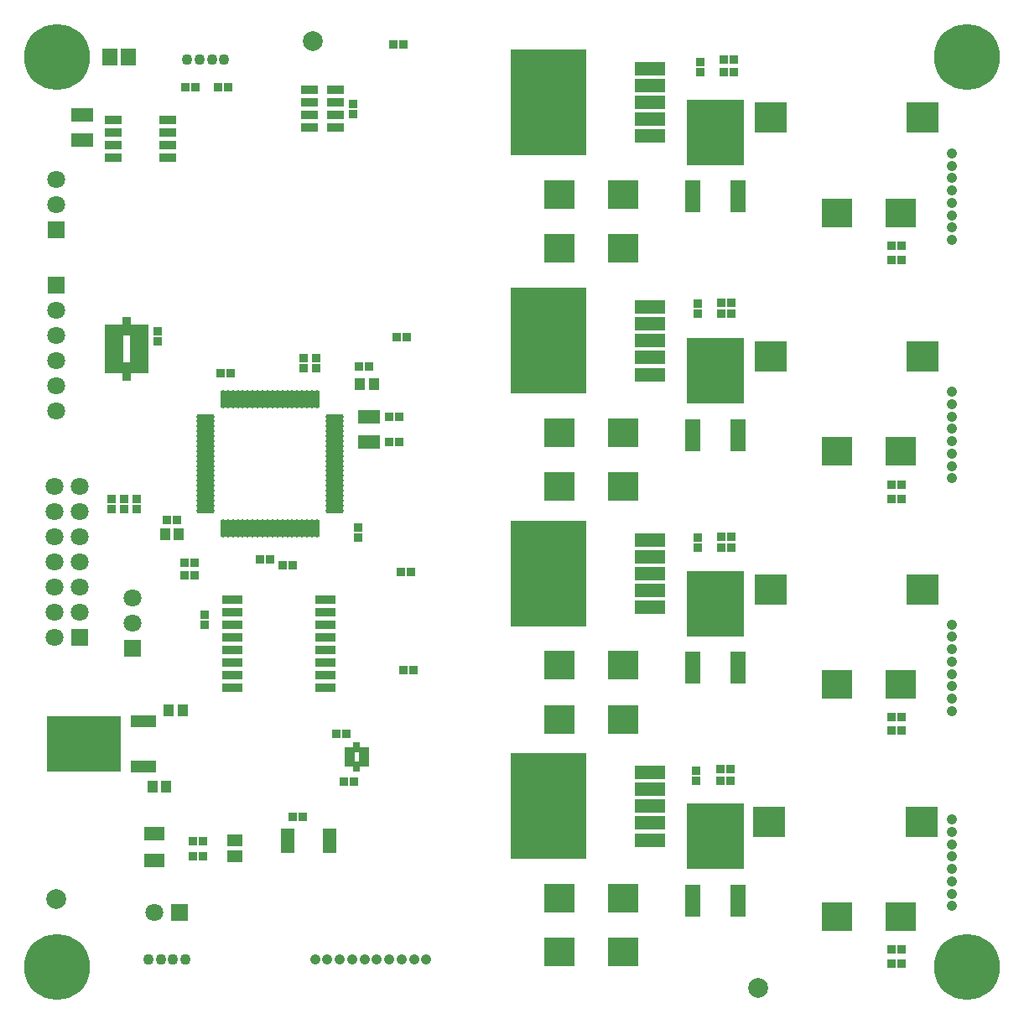
<source format=gts>
G04*
G04 #@! TF.GenerationSoftware,Altium Limited,Altium Designer,21.1.1 (26)*
G04*
G04 Layer_Color=8388736*
%FSLAX25Y25*%
%MOIN*%
G70*
G04*
G04 #@! TF.SameCoordinates,86C13C5E-EFD7-4FBB-8F38-476846F7A0A0*
G04*
G04*
G04 #@! TF.FilePolarity,Negative*
G04*
G01*
G75*
%ADD45R,0.03562X0.03169*%
%ADD46R,0.03169X0.03562*%
%ADD47R,0.07283X0.03365*%
%ADD48R,0.03365X0.07283*%
%ADD49R,0.02578X0.04468*%
%ADD50R,0.04074X0.02381*%
%ADD51R,0.12106X0.11239*%
%ADD52R,0.12421X0.05334*%
%ADD53R,0.29940X0.41948*%
%ADD54R,0.12700X0.12200*%
%ADD55R,0.23050X0.26397*%
%ADD56R,0.06121X0.13011*%
%ADD57R,0.08680X0.05531*%
%ADD58R,0.09861X0.04940*%
%ADD59R,0.29547X0.22460*%
%ADD60R,0.08484X0.03562*%
%ADD61R,0.06909X0.03562*%
%ADD62R,0.07106X0.03562*%
%ADD63R,0.05728X0.02184*%
%ADD64O,0.02184X0.07302*%
%ADD65O,0.07302X0.02184*%
%ADD66R,0.05924X0.06712*%
%ADD67R,0.03956X0.04743*%
%ADD68R,0.08287X0.05531*%
%ADD69C,0.07874*%
%ADD70R,0.04350X0.04743*%
%ADD71R,0.06318X0.05137*%
%ADD72R,0.07106X0.07106*%
%ADD73C,0.07106*%
%ADD74C,0.04153*%
%ADD75C,0.04350*%
%ADD76R,0.07106X0.07106*%
%ADD77C,0.26200*%
D45*
X280031Y280000D02*
D03*
X283968D02*
D03*
X280031Y275500D02*
D03*
X283968D02*
D03*
X280031Y187000D02*
D03*
X283968D02*
D03*
X280031Y182500D02*
D03*
X283968D02*
D03*
X279500Y94500D02*
D03*
X283437D02*
D03*
X279500Y90000D02*
D03*
X283437D02*
D03*
X281031Y376500D02*
D03*
X284968D02*
D03*
X281031Y371500D02*
D03*
X284968D02*
D03*
X152532Y173000D02*
D03*
X156468D02*
D03*
X130032Y89500D02*
D03*
X133968D02*
D03*
X157437Y134000D02*
D03*
X153500D02*
D03*
X351468Y22736D02*
D03*
X347532D02*
D03*
X351468Y17236D02*
D03*
X347532D02*
D03*
X351468Y115236D02*
D03*
X347532D02*
D03*
X351468Y109736D02*
D03*
X347532D02*
D03*
X351468Y202000D02*
D03*
X347532D02*
D03*
X351468Y207500D02*
D03*
X347532D02*
D03*
X351468Y302500D02*
D03*
X347532D02*
D03*
X130968Y108500D02*
D03*
X127032D02*
D03*
X70969Y365500D02*
D03*
X67032D02*
D03*
X80032Y365500D02*
D03*
X83969D02*
D03*
X351468Y297000D02*
D03*
X347532D02*
D03*
X66531Y176500D02*
D03*
X70468D02*
D03*
X66531Y171500D02*
D03*
X70468D02*
D03*
X154969Y266079D02*
D03*
X151031D02*
D03*
X153469Y382500D02*
D03*
X149531D02*
D03*
X70031Y66000D02*
D03*
X73968D02*
D03*
X70031Y60000D02*
D03*
X73968D02*
D03*
X100469Y178000D02*
D03*
X96531D02*
D03*
X105532Y175500D02*
D03*
X109468D02*
D03*
X84937Y252000D02*
D03*
X81000D02*
D03*
X139969Y254500D02*
D03*
X136031D02*
D03*
X151969Y224500D02*
D03*
X148031D02*
D03*
X151969Y234500D02*
D03*
X148031D02*
D03*
X59531Y193500D02*
D03*
X63468D02*
D03*
X109500Y75500D02*
D03*
X113437D02*
D03*
D46*
X269969Y90031D02*
D03*
Y93968D02*
D03*
X270500Y182531D02*
D03*
Y186469D02*
D03*
Y275532D02*
D03*
Y279468D02*
D03*
X271500Y371532D02*
D03*
Y375468D02*
D03*
X133500Y358968D02*
D03*
Y355031D02*
D03*
X135500Y186531D02*
D03*
Y190469D02*
D03*
X119000Y254031D02*
D03*
Y257968D02*
D03*
X47500Y201969D02*
D03*
Y198031D02*
D03*
X42500Y198000D02*
D03*
Y201937D02*
D03*
X114000Y257968D02*
D03*
Y254031D02*
D03*
X74500Y152032D02*
D03*
Y155968D02*
D03*
X37500Y201969D02*
D03*
Y198031D02*
D03*
X56000Y264531D02*
D03*
Y268468D02*
D03*
D47*
X48618Y253528D02*
D03*
Y256716D02*
D03*
Y259906D02*
D03*
Y263094D02*
D03*
Y266283D02*
D03*
Y269472D02*
D03*
X38382Y253528D02*
D03*
Y256716D02*
D03*
Y259906D02*
D03*
Y263094D02*
D03*
Y266283D02*
D03*
Y269472D02*
D03*
D48*
X43500Y252445D02*
D03*
Y270555D02*
D03*
D49*
X135000Y103087D02*
D03*
Y95606D02*
D03*
D50*
X132087Y102299D02*
D03*
Y100331D02*
D03*
Y98362D02*
D03*
Y96394D02*
D03*
X137913Y102299D02*
D03*
Y100331D02*
D03*
Y98362D02*
D03*
Y96394D02*
D03*
D51*
X215500Y21736D02*
D03*
X240854D02*
D03*
X326000Y35736D02*
D03*
X351354D02*
D03*
X215500Y43236D02*
D03*
X240854D02*
D03*
X215500Y114236D02*
D03*
X240854D02*
D03*
X326000Y128236D02*
D03*
X351354D02*
D03*
X215500Y135736D02*
D03*
X240854D02*
D03*
X215500Y206736D02*
D03*
X240854D02*
D03*
X326000Y220736D02*
D03*
X351354D02*
D03*
X215500Y228236D02*
D03*
X240854D02*
D03*
X326000Y315500D02*
D03*
X351354D02*
D03*
X215500Y301500D02*
D03*
X240854D02*
D03*
X215500Y323000D02*
D03*
X240854D02*
D03*
D52*
X251410Y66350D02*
D03*
Y73043D02*
D03*
Y79736D02*
D03*
Y86429D02*
D03*
Y93122D02*
D03*
Y158850D02*
D03*
Y165543D02*
D03*
Y172236D02*
D03*
Y178929D02*
D03*
Y185622D02*
D03*
Y251350D02*
D03*
Y258043D02*
D03*
Y264736D02*
D03*
Y271429D02*
D03*
Y278122D02*
D03*
Y346114D02*
D03*
Y352807D02*
D03*
Y359500D02*
D03*
Y366193D02*
D03*
Y372886D02*
D03*
D53*
X211252Y79736D02*
D03*
Y172236D02*
D03*
Y264736D02*
D03*
Y359500D02*
D03*
D54*
X359500Y73500D02*
D03*
X299000D02*
D03*
X360000Y166000D02*
D03*
X299500D02*
D03*
X360000Y258500D02*
D03*
X299500D02*
D03*
X360000Y353500D02*
D03*
X299500D02*
D03*
D55*
X277500Y67736D02*
D03*
Y160236D02*
D03*
Y252736D02*
D03*
Y347500D02*
D03*
D56*
X286516Y42342D02*
D03*
X268484D02*
D03*
X286516Y134843D02*
D03*
X268484D02*
D03*
X286516Y227343D02*
D03*
X268484D02*
D03*
Y322106D02*
D03*
X286516D02*
D03*
D57*
X140000Y224579D02*
D03*
Y234421D02*
D03*
X26000Y354421D02*
D03*
Y344579D02*
D03*
D58*
X50232Y95445D02*
D03*
Y113555D02*
D03*
D59*
X26610Y104500D02*
D03*
D60*
X85594Y162000D02*
D03*
Y157000D02*
D03*
Y152000D02*
D03*
Y147000D02*
D03*
Y142000D02*
D03*
Y137000D02*
D03*
Y132000D02*
D03*
Y127000D02*
D03*
X122406Y162000D02*
D03*
Y157000D02*
D03*
Y152000D02*
D03*
Y147000D02*
D03*
Y142000D02*
D03*
Y137000D02*
D03*
Y132000D02*
D03*
Y127000D02*
D03*
D61*
X59728Y337500D02*
D03*
Y342500D02*
D03*
Y347500D02*
D03*
Y352500D02*
D03*
X38272Y337500D02*
D03*
Y342500D02*
D03*
Y347500D02*
D03*
Y352500D02*
D03*
D62*
X116213Y349658D02*
D03*
Y354579D02*
D03*
Y359500D02*
D03*
Y364421D02*
D03*
X126449D02*
D03*
Y359500D02*
D03*
Y354579D02*
D03*
Y349658D02*
D03*
D63*
X107634Y69937D02*
D03*
Y67968D02*
D03*
Y66000D02*
D03*
Y64031D02*
D03*
Y62063D02*
D03*
X124366Y69937D02*
D03*
Y67968D02*
D03*
Y66000D02*
D03*
Y64031D02*
D03*
Y62063D02*
D03*
D64*
X119201Y241689D02*
D03*
X117232D02*
D03*
X115264D02*
D03*
X113295D02*
D03*
X111327D02*
D03*
X109358D02*
D03*
X107390D02*
D03*
X105421D02*
D03*
X103453D02*
D03*
X101484D02*
D03*
X99516D02*
D03*
X97547D02*
D03*
X95579D02*
D03*
X93610D02*
D03*
X91642D02*
D03*
X89673D02*
D03*
X87705D02*
D03*
X85736D02*
D03*
X83768D02*
D03*
X81799D02*
D03*
Y190311D02*
D03*
X83768D02*
D03*
X85736D02*
D03*
X87705D02*
D03*
X89673D02*
D03*
X91642D02*
D03*
X93610D02*
D03*
X95579D02*
D03*
X97547D02*
D03*
X99516D02*
D03*
X101484D02*
D03*
X103453D02*
D03*
X105421D02*
D03*
X107390D02*
D03*
X109358D02*
D03*
X111327D02*
D03*
X113295D02*
D03*
X115264D02*
D03*
X117232D02*
D03*
X119201D02*
D03*
D65*
X74811Y234701D02*
D03*
Y232732D02*
D03*
Y230764D02*
D03*
Y228795D02*
D03*
Y226827D02*
D03*
Y224858D02*
D03*
Y222890D02*
D03*
Y220921D02*
D03*
Y218953D02*
D03*
Y216984D02*
D03*
Y215016D02*
D03*
Y213047D02*
D03*
Y211079D02*
D03*
Y209110D02*
D03*
Y207142D02*
D03*
Y205173D02*
D03*
Y203205D02*
D03*
Y201236D02*
D03*
Y199268D02*
D03*
Y197299D02*
D03*
X126189D02*
D03*
Y199268D02*
D03*
Y201236D02*
D03*
Y203205D02*
D03*
Y205173D02*
D03*
Y207142D02*
D03*
Y209110D02*
D03*
Y211079D02*
D03*
Y213047D02*
D03*
Y215016D02*
D03*
Y216984D02*
D03*
Y218953D02*
D03*
Y220921D02*
D03*
Y222890D02*
D03*
Y224858D02*
D03*
Y226827D02*
D03*
Y228795D02*
D03*
Y230764D02*
D03*
Y232732D02*
D03*
Y234701D02*
D03*
D66*
X44043Y377500D02*
D03*
X36957D02*
D03*
D67*
X141953Y247500D02*
D03*
X136047D02*
D03*
D68*
X54500Y58185D02*
D03*
Y68815D02*
D03*
D69*
X117500Y384000D02*
D03*
X294500Y7500D02*
D03*
X15500Y43000D02*
D03*
D70*
X64256Y188000D02*
D03*
X58744D02*
D03*
X60244Y118000D02*
D03*
X65756D02*
D03*
X59256Y87500D02*
D03*
X53744D02*
D03*
D71*
X86500Y66150D02*
D03*
Y59850D02*
D03*
D72*
X25000Y147000D02*
D03*
X15500Y309000D02*
D03*
X46000Y142500D02*
D03*
X15500Y287000D02*
D03*
D73*
X15000Y147000D02*
D03*
X25000Y157000D02*
D03*
X15000D02*
D03*
X25000Y167000D02*
D03*
X15000D02*
D03*
X25000Y177000D02*
D03*
X15000D02*
D03*
X25000Y187000D02*
D03*
X15000D02*
D03*
X25000Y197000D02*
D03*
X15000D02*
D03*
X25000Y207000D02*
D03*
X15000D02*
D03*
X15500Y319000D02*
D03*
Y329000D02*
D03*
X46000Y152500D02*
D03*
Y162500D02*
D03*
X15500Y277000D02*
D03*
Y267000D02*
D03*
Y257000D02*
D03*
Y247000D02*
D03*
Y237000D02*
D03*
X54500Y37500D02*
D03*
D74*
X371500Y40051D02*
D03*
Y44973D02*
D03*
Y49894D02*
D03*
Y54815D02*
D03*
Y59736D02*
D03*
Y64657D02*
D03*
Y69579D02*
D03*
Y74500D02*
D03*
Y304815D02*
D03*
Y309736D02*
D03*
Y314657D02*
D03*
Y319579D02*
D03*
Y324500D02*
D03*
Y329421D02*
D03*
Y334343D02*
D03*
Y339264D02*
D03*
Y210051D02*
D03*
Y214972D02*
D03*
Y219894D02*
D03*
Y224815D02*
D03*
Y229736D02*
D03*
Y234658D02*
D03*
Y239579D02*
D03*
Y244500D02*
D03*
Y117551D02*
D03*
Y122472D02*
D03*
Y127394D02*
D03*
Y132315D02*
D03*
Y137236D02*
D03*
Y142157D02*
D03*
Y147079D02*
D03*
Y152000D02*
D03*
X128236Y19000D02*
D03*
X133158D02*
D03*
X138079D02*
D03*
X143000D02*
D03*
X147921D02*
D03*
X152842D02*
D03*
X157764D02*
D03*
X162685D02*
D03*
X118394D02*
D03*
X123315D02*
D03*
D75*
X67579Y376500D02*
D03*
X72500D02*
D03*
X77421D02*
D03*
X82342D02*
D03*
X66882Y19000D02*
D03*
X61961D02*
D03*
X57039D02*
D03*
X52118D02*
D03*
D76*
X64500Y37500D02*
D03*
D77*
X377500Y377500D02*
D03*
Y16000D02*
D03*
X16000D02*
D03*
Y377500D02*
D03*
M02*

</source>
